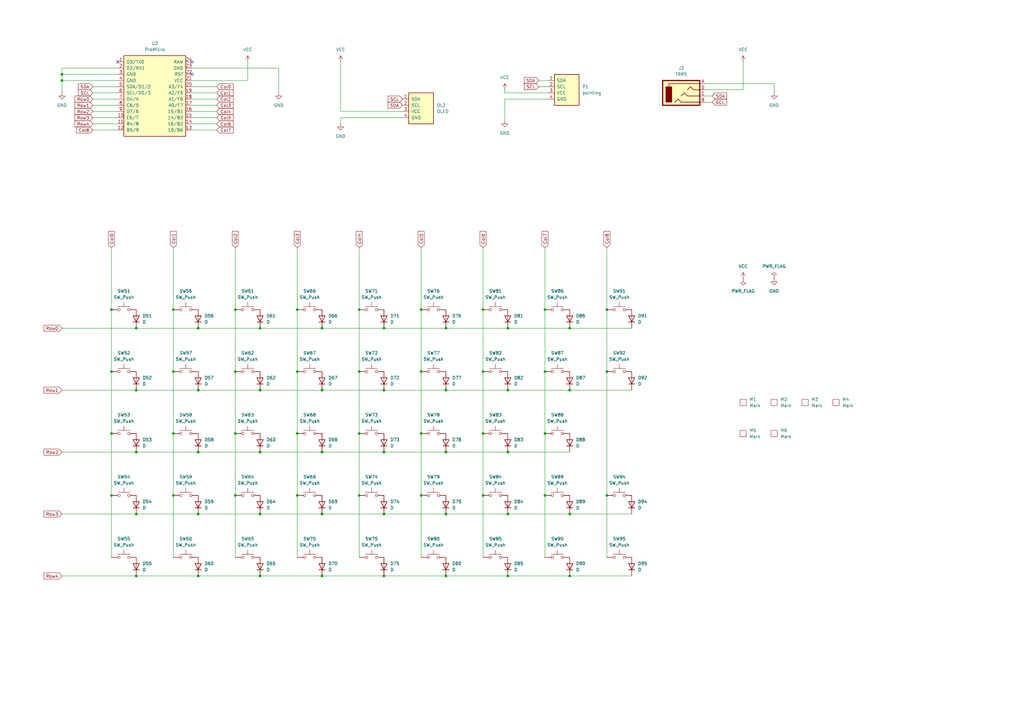
<source format=kicad_sch>
(kicad_sch (version 20231120) (generator "eeschema") (generator_version "8.0")
  (paper "A3")
  (junction (at 172.72 127))
  (junction (at 132.08 210.82))
  (junction (at 71.12 203.2))
  (junction (at 132.08 236.22))
  (junction (at 121.92 127))
  (junction (at 172.72 152.4))
  (junction (at 55.88 160.02))
  (junction (at 25.4 30.48))
  (junction (at 157.48 185.42))
  (junction (at 55.88 236.22))
  (junction (at 182.88 160.02))
  (junction (at 106.68 134.62))
  (junction (at 157.48 134.62))
  (junction (at 248.92 152.4))
  (junction (at 96.52 127))
  (junction (at 223.52 127))
  (junction (at 96.52 177.8))
  (junction (at 55.88 185.42))
  (junction (at 223.52 152.4))
  (junction (at 182.88 236.22))
  (junction (at 248.92 203.2))
  (junction (at 71.12 152.4))
  (junction (at 81.28 160.02))
  (junction (at 208.28 210.82))
  (junction (at 121.92 203.2))
  (junction (at 182.88 185.42))
  (junction (at 198.12 152.4))
  (junction (at 208.28 185.42))
  (junction (at 223.52 203.2))
  (junction (at 106.68 210.82))
  (junction (at 147.32 203.2))
  (junction (at 208.28 160.02))
  (junction (at 248.92 127))
  (junction (at 81.28 210.82))
  (junction (at 121.92 152.4))
  (junction (at 106.68 160.02))
  (junction (at 208.28 236.22))
  (junction (at 147.32 152.4))
  (junction (at 198.12 203.2))
  (junction (at 132.08 185.42))
  (junction (at 223.52 177.8))
  (junction (at 182.88 210.82))
  (junction (at 157.48 236.22))
  (junction (at 71.12 177.8))
  (junction (at 71.12 127))
  (junction (at 55.88 210.82))
  (junction (at 233.68 134.62))
  (junction (at 81.28 185.42))
  (junction (at 198.12 177.8))
  (junction (at 132.08 134.62))
  (junction (at 147.32 177.8))
  (junction (at 172.72 177.8))
  (junction (at 81.28 236.22))
  (junction (at 132.08 160.02))
  (junction (at 96.52 203.2))
  (junction (at 157.48 210.82))
  (junction (at 233.68 236.22))
  (junction (at 182.88 134.62))
  (junction (at 45.72 152.4))
  (junction (at 172.72 203.2))
  (junction (at 96.52 152.4))
  (junction (at 106.68 185.42))
  (junction (at 233.68 210.82))
  (junction (at 25.4 33.02))
  (junction (at 45.72 127))
  (junction (at 147.32 127))
  (junction (at 45.72 177.8))
  (junction (at 81.28 134.62))
  (junction (at 208.28 134.62))
  (junction (at 106.68 236.22))
  (junction (at 198.12 127))
  (junction (at 55.88 134.62))
  (junction (at 157.48 160.02))
  (junction (at 121.92 177.8))
  (junction (at 45.72 203.2))
  (junction (at 233.68 160.02))
  (no_connect (at 48.26 25.4))
  (no_connect (at 78.74 30.48))
  (no_connect (at 78.74 25.4))
  (wire (pts (xy 45.72 101.6) (xy 45.72 127)))
  (wire (pts (xy 208.28 185.42) (xy 233.68 185.42)))
  (wire (pts (xy 25.4 210.82) (xy 55.88 210.82)))
  (wire (pts (xy 248.92 203.2) (xy 248.92 228.6)))
  (wire (pts (xy 38.1 38.1) (xy 48.26 38.1)))
  (wire (pts (xy 208.28 134.62) (xy 233.68 134.62)))
  (wire (pts (xy 198.12 203.2) (xy 198.12 228.6)))
  (wire (pts (xy 38.1 53.34) (xy 48.26 53.34)))
  (wire (pts (xy 25.4 160.02) (xy 55.88 160.02)))
  (wire (pts (xy 38.1 35.56) (xy 48.26 35.56)))
  (wire (pts (xy 101.6 33.02) (xy 101.6 25.4)))
  (wire (pts (xy 147.32 101.6) (xy 147.32 127)))
  (wire (pts (xy 78.74 38.1) (xy 88.9 38.1)))
  (wire (pts (xy 223.52 177.8) (xy 223.52 203.2)))
  (wire (pts (xy 289.56 36.83) (xy 304.8 36.83)))
  (wire (pts (xy 38.1 43.18) (xy 48.26 43.18)))
  (wire (pts (xy 182.88 134.62) (xy 208.28 134.62)))
  (wire (pts (xy 233.68 134.62) (xy 259.08 134.62)))
  (wire (pts (xy 96.52 203.2) (xy 96.52 228.6)))
  (wire (pts (xy 223.52 127) (xy 223.52 152.4)))
  (wire (pts (xy 207.01 40.64) (xy 224.79 40.64)))
  (wire (pts (xy 48.26 30.48) (xy 25.4 30.48)))
  (wire (pts (xy 121.92 127) (xy 121.92 152.4)))
  (wire (pts (xy 121.92 152.4) (xy 121.92 177.8)))
  (wire (pts (xy 207.01 38.1) (xy 224.79 38.1)))
  (wire (pts (xy 96.52 177.8) (xy 96.52 203.2)))
  (wire (pts (xy 71.12 101.6) (xy 71.12 127)))
  (wire (pts (xy 81.28 236.22) (xy 106.68 236.22)))
  (wire (pts (xy 198.12 152.4) (xy 198.12 177.8)))
  (wire (pts (xy 38.1 48.26) (xy 48.26 48.26)))
  (wire (pts (xy 78.74 50.8) (xy 88.9 50.8)))
  (wire (pts (xy 172.72 127) (xy 172.72 152.4)))
  (wire (pts (xy 25.4 185.42) (xy 55.88 185.42)))
  (wire (pts (xy 38.1 40.64) (xy 48.26 40.64)))
  (wire (pts (xy 78.74 48.26) (xy 88.9 48.26)))
  (wire (pts (xy 25.4 27.94) (xy 48.26 27.94)))
  (wire (pts (xy 289.56 34.29) (xy 317.5 34.29)))
  (wire (pts (xy 55.88 236.22) (xy 81.28 236.22)))
  (wire (pts (xy 71.12 203.2) (xy 71.12 228.6)))
  (wire (pts (xy 157.48 134.62) (xy 182.88 134.62)))
  (wire (pts (xy 114.3 27.94) (xy 114.3 38.1)))
  (wire (pts (xy 55.88 210.82) (xy 81.28 210.82)))
  (wire (pts (xy 38.1 45.72) (xy 48.26 45.72)))
  (wire (pts (xy 248.92 101.6) (xy 248.92 127)))
  (wire (pts (xy 96.52 152.4) (xy 96.52 177.8)))
  (wire (pts (xy 106.68 236.22) (xy 132.08 236.22)))
  (wire (pts (xy 45.72 127) (xy 45.72 152.4)))
  (wire (pts (xy 81.28 134.62) (xy 106.68 134.62)))
  (wire (pts (xy 157.48 236.22) (xy 182.88 236.22)))
  (wire (pts (xy 157.48 160.02) (xy 182.88 160.02)))
  (wire (pts (xy 71.12 152.4) (xy 71.12 177.8)))
  (wire (pts (xy 45.72 203.2) (xy 45.72 228.6)))
  (wire (pts (xy 172.72 203.2) (xy 172.72 228.6)))
  (wire (pts (xy 198.12 101.6) (xy 198.12 127)))
  (wire (pts (xy 207.01 36.83) (xy 207.01 38.1)))
  (wire (pts (xy 55.88 185.42) (xy 81.28 185.42)))
  (wire (pts (xy 106.68 160.02) (xy 132.08 160.02)))
  (wire (pts (xy 208.28 160.02) (xy 233.68 160.02)))
  (wire (pts (xy 248.92 127) (xy 248.92 152.4)))
  (wire (pts (xy 48.26 33.02) (xy 25.4 33.02)))
  (wire (pts (xy 25.4 134.62) (xy 55.88 134.62)))
  (wire (pts (xy 78.74 35.56) (xy 88.9 35.56)))
  (wire (pts (xy 71.12 177.8) (xy 71.12 203.2)))
  (wire (pts (xy 147.32 127) (xy 147.32 152.4)))
  (wire (pts (xy 223.52 152.4) (xy 223.52 177.8)))
  (wire (pts (xy 78.74 53.34) (xy 88.9 53.34)))
  (wire (pts (xy 182.88 160.02) (xy 208.28 160.02)))
  (wire (pts (xy 157.48 185.42) (xy 182.88 185.42)))
  (wire (pts (xy 248.92 152.4) (xy 248.92 203.2)))
  (wire (pts (xy 304.8 36.83) (xy 304.8 25.4)))
  (wire (pts (xy 55.88 160.02) (xy 81.28 160.02)))
  (wire (pts (xy 78.74 40.64) (xy 88.9 40.64)))
  (wire (pts (xy 132.08 160.02) (xy 157.48 160.02)))
  (wire (pts (xy 38.1 50.8) (xy 48.26 50.8)))
  (wire (pts (xy 208.28 236.22) (xy 233.68 236.22)))
  (wire (pts (xy 182.88 185.42) (xy 208.28 185.42)))
  (wire (pts (xy 207.01 40.64) (xy 207.01 49.53)))
  (wire (pts (xy 317.5 34.29) (xy 317.5 38.1)))
  (wire (pts (xy 220.98 33.02) (xy 224.79 33.02)))
  (wire (pts (xy 233.68 160.02) (xy 259.08 160.02)))
  (wire (pts (xy 121.92 203.2) (xy 121.92 228.6)))
  (wire (pts (xy 182.88 236.22) (xy 208.28 236.22)))
  (wire (pts (xy 121.92 177.8) (xy 121.92 203.2)))
  (wire (pts (xy 233.68 236.22) (xy 259.08 236.22)))
  (wire (pts (xy 172.72 152.4) (xy 172.72 177.8)))
  (wire (pts (xy 81.28 185.42) (xy 106.68 185.42)))
  (wire (pts (xy 45.72 177.8) (xy 45.72 203.2)))
  (wire (pts (xy 132.08 185.42) (xy 157.48 185.42)))
  (wire (pts (xy 55.88 134.62) (xy 81.28 134.62)))
  (wire (pts (xy 25.4 33.02) (xy 25.4 38.1)))
  (wire (pts (xy 172.72 177.8) (xy 172.72 203.2)))
  (wire (pts (xy 223.52 203.2) (xy 223.52 228.6)))
  (wire (pts (xy 121.92 101.6) (xy 121.92 127)))
  (wire (pts (xy 165.1 45.72) (xy 139.7 45.72)))
  (wire (pts (xy 208.28 210.82) (xy 233.68 210.82)))
  (wire (pts (xy 78.74 43.18) (xy 88.9 43.18)))
  (wire (pts (xy 106.68 134.62) (xy 132.08 134.62)))
  (wire (pts (xy 147.32 203.2) (xy 147.32 228.6)))
  (wire (pts (xy 96.52 101.6) (xy 96.52 127)))
  (wire (pts (xy 132.08 134.62) (xy 157.48 134.62)))
  (wire (pts (xy 114.3 27.94) (xy 78.74 27.94)))
  (wire (pts (xy 106.68 210.82) (xy 132.08 210.82)))
  (wire (pts (xy 96.52 127) (xy 96.52 152.4)))
  (wire (pts (xy 45.72 152.4) (xy 45.72 177.8)))
  (wire (pts (xy 25.4 30.48) (xy 25.4 33.02)))
  (wire (pts (xy 220.98 35.56) (xy 224.79 35.56)))
  (wire (pts (xy 182.88 210.82) (xy 208.28 210.82)))
  (wire (pts (xy 78.74 33.02) (xy 101.6 33.02)))
  (wire (pts (xy 106.68 185.42) (xy 132.08 185.42)))
  (wire (pts (xy 289.56 39.37) (xy 292.1 39.37)))
  (wire (pts (xy 157.48 210.82) (xy 182.88 210.82)))
  (wire (pts (xy 81.28 160.02) (xy 106.68 160.02)))
  (wire (pts (xy 139.7 45.72) (xy 139.7 25.4)))
  (wire (pts (xy 139.7 48.26) (xy 139.7 50.8)))
  (wire (pts (xy 25.4 27.94) (xy 25.4 30.48)))
  (wire (pts (xy 198.12 177.8) (xy 198.12 203.2)))
  (wire (pts (xy 71.12 127) (xy 71.12 152.4)))
  (wire (pts (xy 165.1 48.26) (xy 139.7 48.26)))
  (wire (pts (xy 132.08 236.22) (xy 157.48 236.22)))
  (wire (pts (xy 25.4 236.22) (xy 55.88 236.22)))
  (wire (pts (xy 81.28 210.82) (xy 106.68 210.82)))
  (wire (pts (xy 233.68 210.82) (xy 259.08 210.82)))
  (wire (pts (xy 289.56 41.91) (xy 292.1 41.91)))
  (wire (pts (xy 198.12 127) (xy 198.12 152.4)))
  (wire (pts (xy 172.72 101.6) (xy 172.72 127)))
  (wire (pts (xy 78.74 45.72) (xy 88.9 45.72)))
  (wire (pts (xy 147.32 177.8) (xy 147.32 203.2)))
  (wire (pts (xy 132.08 210.82) (xy 157.48 210.82)))
  (wire (pts (xy 223.52 101.6) (xy 223.52 127)))
  (wire (pts (xy 147.32 152.4) (xy 147.32 177.8)))
  (global_label "Col7" (shape input) (at 88.9 53.34 0) (property "Intersheetrefs" "${INTERSHEET_REFS}" (effects (hide yes))))
  (global_label "Col6" (shape input) (at 88.9 50.8 0) (property "Intersheetrefs" "${INTERSHEET_REFS}" (effects (hide yes))))
  (global_label "Row0" (shape input) (at 25.4 134.62 180) (property "Intersheetrefs" "${INTERSHEET_REFS}" (effects (hide yes))))
  (global_label "Row2" (shape input) (at 25.4 185.42 180) (property "Intersheetrefs" "${INTERSHEET_REFS}" (effects (hide yes))))
  (global_label "Row0" (shape input) (at 38.1 40.64 180) (property "Intersheetrefs" "${INTERSHEET_REFS}" (effects (hide yes))))
  (global_label "Col3" (shape input) (at 121.92 101.6 90) (property "Intersheetrefs" "${INTERSHEET_REFS}" (effects (hide yes))))
  (global_label "Col8" (shape input) (at 248.92 101.6 90) (property "Intersheetrefs" "${INTERSHEET_REFS}" (effects (hide yes))))
  (global_label "Col7" (shape input) (at 223.52 101.6 90) (property "Intersheetrefs" "${INTERSHEET_REFS}" (effects (hide yes))))
  (global_label "Col5" (shape input) (at 88.9 48.26 0) (property "Intersheetrefs" "${INTERSHEET_REFS}" (effects (hide yes))))
  (global_label "SCL" (shape input) (at 165.1 40.64 180) (property "Intersheetrefs" "${INTERSHEET_REFS}" (effects (hide yes))))
  (global_label "Row3" (shape input) (at 38.1 48.26 180) (property "Intersheetrefs" "${INTERSHEET_REFS}" (effects (hide yes))))
  (global_label "SCL" (shape input) (at 220.98 35.56 180) (property "Intersheetrefs" "${INTERSHEET_REFS}" (effects (hide yes))))
  (global_label "Col4" (shape input) (at 147.32 101.6 90) (property "Intersheetrefs" "${INTERSHEET_REFS}" (effects (hide yes))))
  (global_label "Col0" (shape input) (at 88.9 35.56 0) (property "Intersheetrefs" "${INTERSHEET_REFS}" (effects (hide yes))))
  (global_label "SCL" (shape input) (at 292.1 41.91 0) (property "Intersheetrefs" "${INTERSHEET_REFS}" (effects (hide yes))))
  (global_label "Col1" (shape input) (at 88.9 38.1 0) (property "Intersheetrefs" "${INTERSHEET_REFS}" (effects (hide yes))))
  (global_label "Col3" (shape input) (at 88.9 43.18 0) (property "Intersheetrefs" "${INTERSHEET_REFS}" (effects (hide yes))))
  (global_label "Row4" (shape input) (at 38.1 50.8 180) (property "Intersheetrefs" "${INTERSHEET_REFS}" (effects (hide yes))))
  (global_label "Col5" (shape input) (at 172.72 101.6 90) (property "Intersheetrefs" "${INTERSHEET_REFS}" (effects (hide yes))))
  (global_label "Row4" (shape input) (at 25.4 236.22 180) (property "Intersheetrefs" "${INTERSHEET_REFS}" (effects (hide yes))))
  (global_label "Col0" (shape input) (at 45.72 101.6 90) (property "Intersheetrefs" "${INTERSHEET_REFS}" (effects (hide yes))))
  (global_label "SDA" (shape input) (at 220.98 33.02 180) (property "Intersheetrefs" "${INTERSHEET_REFS}" (effects (hide yes))))
  (global_label "Row1" (shape input) (at 25.4 160.02 180) (property "Intersheetrefs" "${INTERSHEET_REFS}" (effects (hide yes))))
  (global_label "Col1" (shape input) (at 71.12 101.6 90) (property "Intersheetrefs" "${INTERSHEET_REFS}" (effects (hide yes))))
  (global_label "SDA" (shape input) (at 165.1 43.18 180) (property "Intersheetrefs" "${INTERSHEET_REFS}" (effects (hide yes))))
  (global_label "Row3" (shape input) (at 25.4 210.82 180) (property "Intersheetrefs" "${INTERSHEET_REFS}" (effects (hide yes))))
  (global_label "Col2" (shape input) (at 96.52 101.6 90) (property "Intersheetrefs" "${INTERSHEET_REFS}" (effects (hide yes))))
  (global_label "Row2" (shape input) (at 38.1 45.72 180) (property "Intersheetrefs" "${INTERSHEET_REFS}" (effects (hide yes))))
  (global_label "SCL" (shape input) (at 38.1 38.1 180) (property "Intersheetrefs" "${INTERSHEET_REFS}" (effects (hide yes))))
  (global_label "Col8" (shape input) (at 38.1 53.34 180) (property "Intersheetrefs" "${INTERSHEET_REFS}" (effects (hide yes))))
  (global_label "SDA" (shape input) (at 292.1 39.37 0) (property "Intersheetrefs" "${INTERSHEET_REFS}" (effects (hide yes))))
  (global_label "Row1" (shape input) (at 38.1 43.18 180) (property "Intersheetrefs" "${INTERSHEET_REFS}" (effects (hide yes))))
  (global_label "Col4" (shape input) (at 88.9 45.72 0) (property "Intersheetrefs" "${INTERSHEET_REFS}" (effects (hide yes))))
  (global_label "SDA" (shape input) (at 38.1 35.56 180) (property "Intersheetrefs" "${INTERSHEET_REFS}" (effects (hide yes))))
  (global_label "Col6" (shape input) (at 198.12 101.6 90) (property "Intersheetrefs" "${INTERSHEET_REFS}" (effects (hide yes))))
  (global_label "Col2" (shape input) (at 88.9 40.64 0) (property "Intersheetrefs" "${INTERSHEET_REFS}" (effects (hide yes))))
  (symbol (lib_id "Device:D") (at 106.68 156.21 90) (unit 1)
    (property "Reference" "D62" (at 109.22 154.9399 90) (effects (justify right)))
    (property "Value" "D" (at 109.22 157.4799 90) (effects (justify right)))
    (property "Footprint" "kbd_Parts:Diode_TH_SMD" (effects (hide yes)))
    (property "Description" "Diode" (effects (hide yes)))
    (property "Sim.Device" "D" (effects (hide yes)))
    (property "Sim.Pins" "1=K 2=A" (effects (hide yes)))
  )
  (symbol (lib_id "Switch:SW_Push") (at 254 203.2 0) (mirror y) (unit 1)
    (property "Reference" "SW94" (at 254 195.58 0))
    (property "Value" "SW_Push" (at 254 198.12 0))
    (property "Footprint" "Rikkodo_FootPrint:rkd_Choc_v1v2_Hotswap_1u" (effects (hide yes)))
    (property "Description" "Push button switch, generic, two pins" (effects (hide yes)))
  )
  (symbol (lib_id "Device:D") (at 182.88 156.21 90) (unit 1)
    (property "Reference" "D77" (at 185.42 154.9399 90) (effects (justify right)))
    (property "Value" "D" (at 185.42 157.4799 90) (effects (justify right)))
    (property "Footprint" "kbd_Parts:Diode_TH_SMD" (effects (hide yes)))
    (property "Description" "Diode" (effects (hide yes)))
    (property "Sim.Device" "D" (effects (hide yes)))
    (property "Sim.Pins" "1=K 2=A" (effects (hide yes)))
  )
  (symbol (lib_id "Device:D") (at 106.68 232.41 90) (unit 1)
    (property "Reference" "D65" (at 109.22 231.1399 90) (effects (justify right)))
    (property "Value" "D" (at 109.22 233.6799 90) (effects (justify right)))
    (property "Footprint" "kbd_Parts:Diode_TH_SMD" (effects (hide yes)))
    (property "Description" "Diode" (effects (hide yes)))
    (property "Sim.Device" "D" (effects (hide yes)))
    (property "Sim.Pins" "1=K 2=A" (effects (hide yes)))
  )
  (symbol (lib_id "Switch:SW_Push") (at 127 203.2 0) (mirror y) (unit 1)
    (property "Reference" "SW69" (at 127 195.58 0))
    (property "Value" "SW_Push" (at 127 198.12 0))
    (property "Footprint" "Rikkodo_FootPrint:rkd_Choc_v1v2_Hotswap_1u" (effects (hide yes)))
    (property "Description" "Push button switch, generic, two pins" (effects (hide yes)))
  )
  (symbol (lib_id "Device:D") (at 233.68 130.81 90) (unit 1)
    (property "Reference" "D86" (at 236.22 129.5399 90) (effects (justify right)))
    (property "Value" "D" (at 236.22 132.0799 90) (effects (justify right)))
    (property "Footprint" "kbd_Parts:Diode_TH_SMD" (effects (hide yes)))
    (property "Description" "Diode" (effects (hide yes)))
    (property "Sim.Device" "D" (effects (hide yes)))
    (property "Sim.Pins" "1=K 2=A" (effects (hide yes)))
  )
  (symbol (lib_id "Switch:SW_Push") (at 76.2 228.6 0) (mirror y) (unit 1)
    (property "Reference" "SW60" (at 76.2 220.98 0))
    (property "Value" "SW_Push" (at 76.2 223.52 0))
    (property "Footprint" "Rikkodo_FootPrint:rkd_Choc_v1v2_Hotswap_1u" (effects (hide yes)))
    (property "Description" "Push button switch, generic, two pins" (effects (hide yes)))
  )
  (symbol (lib_id "Device:D") (at 259.08 130.81 90) (unit 1)
    (property "Reference" "D91" (at 261.62 129.5399 90) (effects (justify right)))
    (property "Value" "D" (at 261.62 132.0799 90) (effects (justify right)))
    (property "Footprint" "kbd_Parts:Diode_TH_SMD" (effects (hide yes)))
    (property "Description" "Diode" (effects (hide yes)))
    (property "Sim.Device" "D" (effects (hide yes)))
    (property "Sim.Pins" "1=K 2=A" (effects (hide yes)))
  )
  (symbol (lib_id "Switch:SW_Push") (at 101.6 177.8 0) (mirror y) (unit 1)
    (property "Reference" "SW63" (at 101.6 170.18 0))
    (property "Value" "SW_Push" (at 101.6 172.72 0))
    (property "Footprint" "Rikkodo_FootPrint:rkd_Choc_v1v2_Hotswap_1u" (effects (hide yes)))
    (property "Description" "Push button switch, generic, two pins" (effects (hide yes)))
  )
  (symbol (lib_id "power:PWR_FLAG") (at 317.5 114.3 0) (unit 1)
    (property "Reference" "#FLG03" (effects (hide yes)))
    (property "Value" "PWR_FLAG" (at 317.5 109.22 0))
    (property "Description" "Special symbol for telling ERC where power comes from" (effects (hide yes)))
  )
  (symbol (lib_id "Device:D") (at 132.08 232.41 90) (unit 1)
    (property "Reference" "D70" (at 134.62 231.1399 90) (effects (justify right)))
    (property "Value" "D" (at 134.62 233.6799 90) (effects (justify right)))
    (property "Footprint" "kbd_Parts:Diode_TH_SMD" (effects (hide yes)))
    (property "Description" "Diode" (effects (hide yes)))
    (property "Sim.Device" "D" (effects (hide yes)))
    (property "Sim.Pins" "1=K 2=A" (effects (hide yes)))
  )
  (symbol (lib_id "Device:D") (at 208.28 207.01 90) (unit 1)
    (property "Reference" "D84" (at 210.82 205.7399 90) (effects (justify right)))
    (property "Value" "D" (at 210.82 208.2799 90) (effects (justify right)))
    (property "Footprint" "kbd_Parts:Diode_TH_SMD" (effects (hide yes)))
    (property "Description" "Diode" (effects (hide yes)))
    (property "Sim.Device" "D" (effects (hide yes)))
    (property "Sim.Pins" "1=K 2=A" (effects (hide yes)))
  )
  (symbol (lib_id "Switch:SW_Push") (at 101.6 152.4 0) (mirror y) (unit 1)
    (property "Reference" "SW62" (at 101.6 144.78 0))
    (property "Value" "SW_Push" (at 101.6 147.32 0))
    (property "Footprint" "Rikkodo_FootPrint:rkd_Choc_v1v2_Hotswap_1u" (effects (hide yes)))
    (property "Description" "Push button switch, generic, two pins" (effects (hide yes)))
  )
  (symbol (lib_id "Device:D") (at 132.08 207.01 90) (unit 1)
    (property "Reference" "D69" (at 134.62 205.7399 90) (effects (justify right)))
    (property "Value" "D" (at 134.62 208.2799 90) (effects (justify right)))
    (property "Footprint" "kbd_Parts:Diode_TH_SMD" (effects (hide yes)))
    (property "Description" "Diode" (effects (hide yes)))
    (property "Sim.Device" "D" (effects (hide yes)))
    (property "Sim.Pins" "1=K 2=A" (effects (hide yes)))
  )
  (symbol (lib_id "Switch:SW_Push") (at 228.6 177.8 0) (mirror y) (unit 1)
    (property "Reference" "SW88" (at 228.6 170.18 0))
    (property "Value" "SW_Push" (at 228.6 172.72 0))
    (property "Footprint" "Rikkodo_FootPrint:rkd_Choc_v1v2_Hotswap_2u" (effects (hide yes)))
    (property "Description" "Push button switch, generic, two pins" (effects (hide yes)))
  )
  (symbol (lib_id "Device:D") (at 233.68 156.21 90) (unit 1)
    (property "Reference" "D87" (at 236.22 154.9399 90) (effects (justify right)))
    (property "Value" "D" (at 236.22 157.4799 90) (effects (justify right)))
    (property "Footprint" "kbd_Parts:Diode_TH_SMD" (effects (hide yes)))
    (property "Description" "Diode" (effects (hide yes)))
    (property "Sim.Device" "D" (effects (hide yes)))
    (property "Sim.Pins" "1=K 2=A" (effects (hide yes)))
  )
  (symbol (lib_id "Device:D") (at 233.68 232.41 90) (unit 1)
    (property "Reference" "D90" (at 236.22 231.1399 90) (effects (justify right)))
    (property "Value" "D" (at 236.22 233.6799 90) (effects (justify right)))
    (property "Footprint" "kbd_Parts:Diode_TH_SMD" (effects (hide yes)))
    (property "Description" "Diode" (effects (hide yes)))
    (property "Sim.Device" "D" (effects (hide yes)))
    (property "Sim.Pins" "1=K 2=A" (effects (hide yes)))
  )
  (symbol (lib_id "Device:D") (at 157.48 156.21 90) (unit 1)
    (property "Reference" "D72" (at 160.02 154.9399 90) (effects (justify right)))
    (property "Value" "D" (at 160.02 157.4799 90) (effects (justify right)))
    (property "Footprint" "kbd_Parts:Diode_TH_SMD" (effects (hide yes)))
    (property "Description" "Diode" (effects (hide yes)))
    (property "Sim.Device" "D" (effects (hide yes)))
    (property "Sim.Pins" "1=K 2=A" (effects (hide yes)))
  )
  (symbol (lib_id "Switch:SW_Push") (at 203.2 152.4 0) (mirror y) (unit 1)
    (property "Reference" "SW82" (at 203.2 144.78 0))
    (property "Value" "SW_Push" (at 203.2 147.32 0))
    (property "Footprint" "Rikkodo_FootPrint:rkd_Choc_v1v2_Hotswap_1u" (effects (hide yes)))
    (property "Description" "Push button switch, generic, two pins" (effects (hide yes)))
  )
  (symbol (lib_id "BrownSugar_KBD:OLED") (at 172.72 44.45 0) (unit 1)
    (property "Reference" "OL2" (at 179.07 43.1799 0) (effects (justify left)))
    (property "Value" "OLED" (at 179.07 45.7199 0) (effects (justify left)))
    (property "Footprint" "BrownSugar_KBD:OLED_center_module" (effects (hide yes)))
  )
  (symbol (lib_id "Switch:SW_Push") (at 203.2 177.8 0) (mirror y) (unit 1)
    (property "Reference" "SW83" (at 203.2 170.18 0))
    (property "Value" "SW_Push" (at 203.2 172.72 0))
    (property "Footprint" "Rikkodo_FootPrint:rkd_Choc_v1v2_Hotswap_1u" (effects (hide yes)))
    (property "Description" "Push button switch, generic, two pins" (effects (hide yes)))
  )
  (symbol (lib_id "Switch:SW_Push") (at 177.8 177.8 0) (mirror y) (unit 1)
    (property "Reference" "SW78" (at 177.8 170.18 0))
    (property "Value" "SW_Push" (at 177.8 172.72 0))
    (property "Footprint" "Rikkodo_FootPrint:rkd_Choc_v1v2_Hotswap_1u" (effects (hide yes)))
    (property "Description" "Push button switch, generic, two pins" (effects (hide yes)))
  )
  (symbol (lib_id "Device:D") (at 106.68 207.01 90) (unit 1)
    (property "Reference" "D64" (at 109.22 205.7399 90) (effects (justify right)))
    (property "Value" "D" (at 109.22 208.2799 90) (effects (justify right)))
    (property "Footprint" "kbd_Parts:Diode_TH_SMD" (effects (hide yes)))
    (property "Description" "Diode" (effects (hide yes)))
    (property "Sim.Device" "D" (effects (hide yes)))
    (property "Sim.Pins" "1=K 2=A" (effects (hide yes)))
  )
  (symbol (lib_id "Device:D") (at 132.08 130.81 90) (unit 1)
    (property "Reference" "D66" (at 134.62 129.5399 90) (effects (justify right)))
    (property "Value" "D" (at 134.62 132.0799 90) (effects (justify right)))
    (property "Footprint" "kbd_Parts:Diode_TH_SMD" (effects (hide yes)))
    (property "Description" "Diode" (effects (hide yes)))
    (property "Sim.Device" "D" (effects (hide yes)))
    (property "Sim.Pins" "1=K 2=A" (effects (hide yes)))
  )
  (symbol (lib_id "Device:D") (at 182.88 130.81 90) (unit 1)
    (property "Reference" "D76" (at 185.42 129.5399 90) (effects (justify right)))
    (property "Value" "D" (at 185.42 132.0799 90) (effects (justify right)))
    (property "Footprint" "kbd_Parts:Diode_TH_SMD" (effects (hide yes)))
    (property "Description" "Diode" (effects (hide yes)))
    (property "Sim.Device" "D" (effects (hide yes)))
    (property "Sim.Pins" "1=K 2=A" (effects (hide yes)))
  )
  (symbol (lib_id "Switch:SW_Push") (at 76.2 152.4 0) (mirror y) (unit 1)
    (property "Reference" "SW57" (at 76.2 144.78 0))
    (property "Value" "SW_Push" (at 76.2 147.32 0))
    (property "Footprint" "Rikkodo_FootPrint:rkd_Choc_v1v2_Hotswap_1u" (effects (hide yes)))
    (property "Description" "Push button switch, generic, two pins" (effects (hide yes)))
  )
  (symbol (lib_id "Device:D") (at 132.08 156.21 90) (unit 1)
    (property "Reference" "D67" (at 134.62 154.9399 90) (effects (justify right)))
    (property "Value" "D" (at 134.62 157.4799 90) (effects (justify right)))
    (property "Footprint" "kbd_Parts:Diode_TH_SMD" (effects (hide yes)))
    (property "Description" "Diode" (effects (hide yes)))
    (property "Sim.Device" "D" (effects (hide yes)))
    (property "Sim.Pins" "1=K 2=A" (effects (hide yes)))
  )
  (symbol (lib_id "Device:D") (at 55.88 156.21 90) (unit 1)
    (property "Reference" "D52" (at 58.42 154.9399 90) (effects (justify right)))
    (property "Value" "D" (at 58.42 157.4799 90) (effects (justify right)))
    (property "Footprint" "kbd_Parts:Diode_TH_SMD" (effects (hide yes)))
    (property "Description" "Diode" (effects (hide yes)))
    (property "Sim.Device" "D" (effects (hide yes)))
    (property "Sim.Pins" "1=K 2=A" (effects (hide yes)))
  )
  (symbol (lib_id "Device:D") (at 259.08 207.01 90) (unit 1)
    (property "Reference" "D94" (at 261.62 205.7399 90) (effects (justify right)))
    (property "Value" "D" (at 261.62 208.2799 90) (effects (justify right)))
    (property "Footprint" "kbd_Parts:Diode_TH_SMD" (effects (hide yes)))
    (property "Description" "Diode" (effects (hide yes)))
    (property "Sim.Device" "D" (effects (hide yes)))
    (property "Sim.Pins" "1=K 2=A" (effects (hide yes)))
  )
  (symbol (lib_id "Switch:SW_Push") (at 50.8 203.2 0) (mirror y) (unit 1)
    (property "Reference" "SW54" (at 50.8 195.58 0))
    (property "Value" "SW_Push" (at 50.8 198.12 0))
    (property "Footprint" "Rikkodo_FootPrint:rkd_Choc_v1v2_Hotswap_1u" (effects (hide yes)))
    (property "Description" "Push button switch, generic, two pins" (effects (hide yes)))
  )
  (symbol (lib_id "Switch:SW_Push") (at 177.8 228.6 0) (mirror y) (unit 1)
    (property "Reference" "SW80" (at 177.8 220.98 0))
    (property "Value" "SW_Push" (at 177.8 223.52 0))
    (property "Footprint" "Rikkodo_FootPrint:rkd_Choc_v1v2_Hotswap_1u" (effects (hide yes)))
    (property "Description" "Push button switch, generic, two pins" (effects (hide yes)))
  )
  (symbol (lib_id "BrownSugar_KBD:Mark") (at 317.5 177.8 0) (unit 1)
    (property "Reference" "M6" (at 320.04 176.5299 0) (effects (justify left)))
    (property "Value" "Mark" (at 320.04 179.0699 0) (effects (justify left)))
    (property "Footprint" "kbd_Hole:m2_Screw_Hole" (effects (hide yes)))
  )
  (symbol (lib_id "Device:D") (at 55.88 232.41 90) (unit 1)
    (property "Reference" "D55" (at 58.42 231.1399 90) (effects (justify right)))
    (property "Value" "D" (at 58.42 233.6799 90) (effects (justify right)))
    (property "Footprint" "kbd_Parts:Diode_TH_SMD" (effects (hide yes)))
    (property "Description" "Diode" (effects (hide yes)))
    (property "Sim.Device" "D" (effects (hide yes)))
    (property "Sim.Pins" "1=K 2=A" (effects (hide yes)))
  )
  (symbol (lib_id "Switch:SW_Push") (at 177.8 203.2 0) (mirror y) (unit 1)
    (property "Reference" "SW79" (at 177.8 195.58 0))
    (property "Value" "SW_Push" (at 177.8 198.12 0))
    (property "Footprint" "Rikkodo_FootPrint:rkd_Choc_v1v2_Hotswap_1u" (effects (hide yes)))
    (property "Description" "Push button switch, generic, two pins" (effects (hide yes)))
  )
  (symbol (lib_id "Device:D") (at 182.88 232.41 90) (unit 1)
    (property "Reference" "D80" (at 185.42 231.1399 90) (effects (justify right)))
    (property "Value" "D" (at 185.42 233.6799 90) (effects (justify right)))
    (property "Footprint" "kbd_Parts:Diode_TH_SMD" (effects (hide yes)))
    (property "Description" "Diode" (effects (hide yes)))
    (property "Sim.Device" "D" (effects (hide yes)))
    (property "Sim.Pins" "1=K 2=A" (effects (hide yes)))
  )
  (symbol (lib_id "Switch:SW_Push") (at 228.6 152.4 0) (mirror y) (unit 1)
    (property "Reference" "SW87" (at 228.6 144.78 0))
    (property "Value" "SW_Push" (at 228.6 147.32 0))
    (property "Footprint" "Rikkodo_FootPrint:rkd_Choc_v1v2_Hotswap_1u" (effects (hide yes)))
    (property "Description" "Push button switch, generic, two pins" (effects (hide yes)))
  )
  (symbol (lib_id "Switch:SW_Push") (at 127 152.4 0) (mirror y) (unit 1)
    (property "Reference" "SW67" (at 127 144.78 0))
    (property "Value" "SW_Push" (at 127 147.32 0))
    (property "Footprint" "Rikkodo_FootPrint:rkd_Choc_v1v2_Hotswap_1u" (effects (hide yes)))
    (property "Description" "Push button switch, generic, two pins" (effects (hide yes)))
  )
  (symbol (lib_id "Device:D") (at 106.68 181.61 90) (unit 1)
    (property "Reference" "D63" (at 109.22 180.3399 90) (effects (justify right)))
    (property "Value" "D" (at 109.22 182.8799 90) (effects (justify right)))
    (property "Footprint" "kbd_Parts:Diode_TH_SMD" (effects (hide yes)))
    (property "Description" "Diode" (effects (hide yes)))
    (property "Sim.Device" "D" (effects (hide yes)))
    (property "Sim.Pins" "1=K 2=A" (effects (hide yes)))
  )
  (symbol (lib_id "Device:D") (at 55.88 207.01 90) (unit 1)
    (property "Reference" "D54" (at 58.42 205.7399 90) (effects (justify right)))
    (property "Value" "D" (at 58.42 208.2799 90) (effects (justify right)))
    (property "Footprint" "kbd_Parts:Diode_TH_SMD" (effects (hide yes)))
    (property "Description" "Diode" (effects (hide yes)))
    (property "Sim.Device" "D" (effects (hide yes)))
    (property "Sim.Pins" "1=K 2=A" (effects (hide yes)))
  )
  (symbol (lib_id "Device:D") (at 208.28 181.61 90) (unit 1)
    (property "Reference" "D83" (at 210.82 180.3399 90) (effects (justify right)))
    (property "Value" "D" (at 210.82 182.8799 90) (effects (justify right)))
    (property "Footprint" "kbd_Parts:Diode_TH_SMD" (effects (hide yes)))
    (property "Description" "Diode" (effects (hide yes)))
    (property "Sim.Device" "D" (effects (hide yes)))
    (property "Sim.Pins" "1=K 2=A" (effects (hide yes)))
  )
  (symbol (lib_id "power:VCC") (at 304.8 114.3 0) (unit 1)
    (property "Reference" "#PWR03" (effects (hide yes)))
    (property "Value" "VCC" (at 304.8 109.22 0))
    (property "Description" "Power symbol creates a global label with name \"VCC\"" (effects (hide yes)))
  )
  (symbol (lib_id "Device:D") (at 182.88 207.01 90) (unit 1)
    (property "Reference" "D79" (at 185.42 205.7399 90) (effects (justify right)))
    (property "Value" "D" (at 185.42 208.2799 90) (effects (justify right)))
    (property "Footprint" "kbd_Parts:Diode_TH_SMD" (effects (hide yes)))
    (property "Description" "Diode" (effects (hide yes)))
    (property "Sim.Device" "D" (effects (hide yes)))
    (property "Sim.Pins" "1=K 2=A" (effects (hide yes)))
  )
  (symbol (lib_id "Device:D") (at 157.48 130.81 90) (unit 1)
    (property "Reference" "D71" (at 160.02 129.5399 90) (effects (justify right)))
    (property "Value" "D" (at 160.02 132.0799 90) (effects (justify right)))
    (property "Footprint" "kbd_Parts:Diode_TH_SMD" (effects (hide yes)))
    (property "Description" "Diode" (effects (hide yes)))
    (property "Sim.Device" "D" (effects (hide yes)))
    (property "Sim.Pins" "1=K 2=A" (effects (hide yes)))
  )
  (symbol (lib_id "Switch:SW_Push") (at 254 152.4 0) (mirror y) (unit 1)
    (property "Reference" "SW92" (at 254 144.78 0))
    (property "Value" "SW_Push" (at 254 147.32 0))
    (property "Footprint" "Rikkodo_FootPrint:rkd_Choc_v1v2_Hotswap_1u" (effects (hide yes)))
    (property "Description" "Push button switch, generic, two pins" (effects (hide yes)))
  )
  (symbol (lib_id "power:GND") (at 139.7 50.8 0) (unit 1)
    (property "Reference" "#PWR02" (effects (hide yes)))
    (property "Value" "GND" (at 139.7 55.88 0))
    (property "Description" "Power symbol creates a global label with name \"GND\" , ground" (effects (hide yes)))
  )
  (symbol (lib_id "Switch:SW_Push") (at 177.8 127 0) (mirror y) (unit 1)
    (property "Reference" "SW76" (at 177.8 119.38 0))
    (property "Value" "SW_Push" (at 177.8 121.92 0))
    (property "Footprint" "Rikkodo_FootPrint:rkd_Choc_v1v2_Hotswap_1u" (effects (hide yes)))
    (property "Description" "Push button switch, generic, two pins" (effects (hide yes)))
  )
  (symbol (lib_id "Device:D") (at 55.88 181.61 90) (unit 1)
    (property "Reference" "D53" (at 58.42 180.3399 90) (effects (justify right)))
    (property "Value" "D" (at 58.42 182.8799 90) (effects (justify right)))
    (property "Footprint" "kbd_Parts:Diode_TH_SMD" (effects (hide yes)))
    (property "Description" "Diode" (effects (hide yes)))
    (property "Sim.Device" "D" (effects (hide yes)))
    (property "Sim.Pins" "1=K 2=A" (effects (hide yes)))
  )
  (symbol (lib_id "Switch:SW_Push") (at 50.8 228.6 0) (mirror y) (unit 1)
    (property "Reference" "SW55" (at 50.8 220.98 0))
    (property "Value" "SW_Push" (at 50.8 223.52 0))
    (property "Footprint" "Rikkodo_FootPrint:rkd_Choc_v1v2_Hotswap_1u" (effects (hide yes)))
    (property "Description" "Push button switch, generic, two pins" (effects (hide yes)))
  )
  (symbol (lib_id "Switch:SW_Push") (at 177.8 152.4 0) (mirror y) (unit 1)
    (property "Reference" "SW77" (at 177.8 144.78 0))
    (property "Value" "SW_Push" (at 177.8 147.32 0))
    (property "Footprint" "Rikkodo_FootPrint:rkd_Choc_v1v2_Hotswap_1u" (effects (hide yes)))
    (property "Description" "Push button switch, generic, two pins" (effects (hide yes)))
  )
  (symbol (lib_id "Switch:SW_Push") (at 101.6 203.2 0) (mirror y) (unit 1)
    (property "Reference" "SW64" (at 101.6 195.58 0))
    (property "Value" "SW_Push" (at 101.6 198.12 0))
    (property "Footprint" "Rikkodo_FootPrint:rkd_Choc_v1v2_Hotswap_1u" (effects (hide yes)))
    (property "Description" "Push button switch, generic, two pins" (effects (hide yes)))
  )
  (symbol (lib_id "Switch:SW_Push") (at 152.4 152.4 0) (mirror y) (unit 1)
    (property "Reference" "SW72" (at 152.4 144.78 0))
    (property "Value" "SW_Push" (at 152.4 147.32 0))
    (property "Footprint" "Rikkodo_FootPrint:rkd_Choc_v1v2_Hotswap_1u" (effects (hide yes)))
    (property "Description" "Push button switch, generic, two pins" (effects (hide yes)))
  )
  (symbol (lib_id "Switch:SW_Push") (at 76.2 203.2 0) (mirror y) (unit 1)
    (property "Reference" "SW59" (at 76.2 195.58 0))
    (property "Value" "SW_Push" (at 76.2 198.12 0))
    (property "Footprint" "Rikkodo_FootPrint:rkd_Choc_v1v2_Hotswap_1u" (effects (hide yes)))
    (property "Description" "Push button switch, generic, two pins" (effects (hide yes)))
  )
  (symbol (lib_id "Device:D") (at 81.28 130.81 90) (unit 1)
    (property "Reference" "D56" (at 83.82 129.5399 90) (effects (justify right)))
    (property "Value" "D" (at 83.82 132.0799 90) (effects (justify right)))
    (property "Footprint" "kbd_Parts:Diode_TH_SMD" (effects (hide yes)))
    (property "Description" "Diode" (effects (hide yes)))
    (property "Sim.Device" "D" (effects (hide yes)))
    (property "Sim.Pins" "1=K 2=A" (effects (hide yes)))
  )
  (symbol (lib_id "power:GND") (at 207.01 49.53 0) (unit 1)
    (property "Reference" "#PWR011" (effects (hide yes)))
    (property "Value" "GND" (at 207.01 54.61 0))
    (property "Description" "Power symbol creates a global label with name \"GND\" , ground" (effects (hide yes)))
  )
  (symbol (lib_id "Device:D") (at 106.68 130.81 90) (unit 1)
    (property "Reference" "D61" (at 109.22 129.5399 90) (effects (justify right)))
    (property "Value" "D" (at 109.22 132.0799 90) (effects (justify right)))
    (property "Footprint" "kbd_Parts:Diode_TH_SMD" (effects (hide yes)))
    (property "Description" "Diode" (effects (hide yes)))
    (property "Sim.Device" "D" (effects (hide yes)))
    (property "Sim.Pins" "1=K 2=A" (effects (hide yes)))
  )
  (symbol (lib_id "Switch:SW_Push") (at 228.6 203.2 0) (mirror y) (unit 1)
    (property "Reference" "SW89" (at 228.6 195.58 0))
    (property "Value" "SW_Push" (at 228.6 198.12 0))
    (property "Footprint" "Rikkodo_FootPrint:rkd_Choc_v1v2_Hotswap_1u" (effects (hide yes)))
    (property "Description" "Push button switch, generic, two pins" (effects (hide yes)))
  )
  (symbol (lib_id "power:VCC") (at 139.7 25.4 0) (unit 1)
    (property "Reference" "#PWR01" (effects (hide yes)))
    (property "Value" "VCC" (at 139.7 20.32 0))
    (property "Description" "Power symbol creates a global label with name \"VCC\"" (effects (hide yes)))
  )
  (symbol (lib_id "Switch:SW_Push") (at 203.2 228.6 0) (mirror y) (unit 1)
    (property "Reference" "SW85" (at 203.2 220.98 0))
    (property "Value" "SW_Push" (at 203.2 223.52 0))
    (property "Footprint" "Rikkodo_FootPrint:rkd_Choc_v1v2_Hotswap_1u" (effects (hide yes)))
    (property "Description" "Push button switch, generic, two pins" (effects (hide yes)))
  )
  (symbol (lib_id "Device:D") (at 259.08 232.41 90) (unit 1)
    (property "Reference" "D95" (at 261.62 231.1399 90) (effects (justify right)))
    (property "Value" "D" (at 261.62 233.6799 90) (effects (justify right)))
    (property "Footprint" "kbd_Parts:Diode_TH_SMD" (effects (hide yes)))
    (property "Description" "Diode" (effects (hide yes)))
    (property "Sim.Device" "D" (effects (hide yes)))
    (property "Sim.Pins" "1=K 2=A" (effects (hide yes)))
  )
  (symbol (lib_id "Switch:SW_Push") (at 127 228.6 0) (mirror y) (unit 1)
    (property "Reference" "SW70" (at 127 220.98 0))
    (property "Value" "SW_Push" (at 127 223.52 0))
    (property "Footprint" "Rikkodo_FootPrint:rkd_Choc_v1v2_Hotswap_1u" (effects (hide yes)))
    (property "Description" "Push button switch, generic, two pins" (effects (hide yes)))
  )
  (symbol (lib_id "Device:D") (at 208.28 130.81 90) (unit 1)
    (property "Reference" "D81" (at 210.82 129.5399 90) (effects (justify right)))
    (property "Value" "D" (at 210.82 132.0799 90) (effects (justify right)))
    (property "Footprint" "kbd_Parts:Diode_TH_SMD" (effects (hide yes)))
    (property "Description" "Diode" (effects (hide yes)))
    (property "Sim.Device" "D" (effects (hide yes)))
    (property "Sim.Pins" "1=K 2=A" (effects (hide yes)))
  )
  (symbol (lib_id "Switch:SW_Push") (at 50.8 152.4 0) (mirror y) (unit 1)
    (property "Reference" "SW52" (at 50.8 144.78 0))
    (property "Value" "SW_Push" (at 50.8 147.32 0))
    (property "Footprint" "Rikkodo_FootPrint:rkd_Choc_v1v2_Hotswap_1u" (effects (hide yes)))
    (property "Description" "Push button switch, generic, two pins" (effects (hide yes)))
  )
  (symbol (lib_id "Device:D") (at 182.88 181.61 90) (unit 1)
    (property "Reference" "D78" (at 185.42 180.3399 90) (effects (justify right)))
    (property "Value" "D" (at 185.42 182.8799 90) (effects (justify right)))
    (property "Footprint" "kbd_Parts:Diode_TH_SMD" (effects (hide yes)))
    (property "Description" "Diode" (effects (hide yes)))
    (property "Sim.Device" "D" (effects (hide yes)))
    (property "Sim.Pins" "1=K 2=A" (effects (hide yes)))
  )
  (symbol (lib_id "BrownSugar_KBD:Mark") (at 304.8 165.1 0) (unit 1)
    (property "Reference" "M1" (at 307.34 163.8299 0) (effects (justify left)))
    (property "Value" "Mark" (at 307.34 166.3699 0) (effects (justify left)))
    (property "Footprint" "kbd_Hole:m2_Spacer_Hole_hex" (effects (hide yes)))
  )
  (symbol (lib_id "Switch:SW_Push") (at 76.2 177.8 0) (mirror y) (unit 1)
    (property "Reference" "SW58" (at 76.2 170.18 0))
    (property "Value" "SW_Push" (at 76.2 172.72 0))
    (property "Footprint" "Rikkodo_FootPrint:rkd_Choc_v1v2_Hotswap_1u" (effects (hide yes)))
    (property "Description" "Push button switch, generic, two pins" (effects (hide yes)))
  )
  (symbol (lib_id "Device:D") (at 208.28 232.41 90) (unit 1)
    (property "Reference" "D85" (at 210.82 231.1399 90) (effects (justify right)))
    (property "Value" "D" (at 210.82 233.6799 90) (effects (justify right)))
    (property "Footprint" "kbd_Parts:Diode_TH_SMD" (effects (hide yes)))
    (property "Description" "Diode" (effects (hide yes)))
    (property "Sim.Device" "D" (effects (hide yes)))
    (property "Sim.Pins" "1=K 2=A" (effects (hide yes)))
  )
  (symbol (lib_id "Device:D") (at 81.28 207.01 90) (unit 1)
    (property "Reference" "D59" (at 83.82 205.7399 90) (effects (justify right)))
    (property "Value" "D" (at 83.82 208.2799 90) (effects (justify right)))
    (property "Footprint" "kbd_Parts:Diode_TH_SMD" (effects (hide yes)))
    (property "Description" "Diode" (effects (hide yes)))
    (property "Sim.Device" "D" (effects (hide yes)))
    (property "Sim.Pins" "1=K 2=A" (effects (hide yes)))
  )
  (symbol (lib_id "BrownSugar_KBD:OLED") (at 232.41 36.83 0) (unit 1)
    (property "Reference" "P1" (at 238.76 35.5599 0) (effects (justify left)))
    (property "Value" "pointing" (at 238.76 38.0999 0) (effects (justify left)))
    (property "Footprint" "kbd_Parts:OLED" (effects (hide yes)))
  )
  (symbol (lib_id "BrownSugar_KBD:Mark") (at 330.2 165.1 0) (unit 1)
    (property "Reference" "M3" (at 332.74 163.8299 0) (effects (justify left)))
    (property "Value" "Mark" (at 332.74 166.3699 0) (effects (justify left)))
    (property "Footprint" "kbd_Hole:m2_Spacer_Hole_hex" (effects (hide yes)))
  )
  (symbol (lib_id "BrownSugar_KBD:Mark") (at 304.8 177.8 0) (unit 1)
    (property "Reference" "M5" (at 307.34 176.5299 0) (effects (justify left)))
    (property "Value" "Mark" (at 307.34 179.0699 0) (effects (justify left)))
    (property "Footprint" "kbd_Hole:m2_Screw_Hole" (effects (hide yes)))
  )
  (symbol (lib_id "power:GND") (at 317.5 114.3 0) (unit 1)
    (property "Reference" "#PWR04" (effects (hide yes)))
    (property "Value" "GND" (at 317.5 119.38 0))
    (property "Description" "Power symbol creates a global label with name \"GND\" , ground" (effects (hide yes)))
  )
  (symbol (lib_id "BrownSugar_KBD:Mark") (at 342.9 165.1 0) (unit 1)
    (property "Reference" "M4" (at 345.44 163.8299 0) (effects (justify left)))
    (property "Value" "Mark" (at 345.44 166.3699 0) (effects (justify left)))
    (property "Footprint" "kbd_Hole:m2_Spacer_Hole_hex" (effects (hide yes)))
  )
  (symbol (lib_id "Device:D") (at 208.28 156.21 90) (unit 1)
    (property "Reference" "D82" (at 210.82 154.9399 90) (effects (justify right)))
    (property "Value" "D" (at 210.82 157.4799 90) (effects (justify right)))
    (property "Footprint" "kbd_Parts:Diode_TH_SMD" (effects (hide yes)))
    (property "Description" "Diode" (effects (hide yes)))
    (property "Sim.Device" "D" (effects (hide yes)))
    (property "Sim.Pins" "1=K 2=A" (effects (hide yes)))
  )
  (symbol (lib_id "power:VCC") (at 304.8 25.4 0) (unit 1)
    (property "Reference" "#PWR08" (effects (hide yes)))
    (property "Value" "VCC" (at 304.8 20.32 0))
    (property "Description" "Power symbol creates a global label with name \"VCC\"" (effects (hide yes)))
  )
  (symbol (lib_id "power:VCC") (at 207.01 36.83 0) (unit 1)
    (property "Reference" "#PWR010" (effects (hide yes)))
    (property "Value" "VCC" (at 207.01 31.75 0))
    (property "Description" "Power symbol creates a global label with name \"VCC\"" (effects (hide yes)))
  )
  (symbol (lib_id "Switch:SW_Push") (at 101.6 228.6 0) (mirror y) (unit 1)
    (property "Reference" "SW65" (at 101.6 220.98 0))
    (property "Value" "SW_Push" (at 101.6 223.52 0))
    (property "Footprint" "Rikkodo_FootPrint:rkd_Choc_v1v2_Hotswap_1u" (effects (hide yes)))
    (property "Description" "Push button switch, generic, two pins" (effects (hide yes)))
  )
  (symbol (lib_id "Switch:SW_Push") (at 203.2 127 0) (mirror y) (unit 1)
    (property "Reference" "SW81" (at 203.2 119.38 0))
    (property "Value" "SW_Push" (at 203.2 121.92 0))
    (property "Footprint" "Rikkodo_FootPrint:rkd_Choc_v1v2_Hotswap_1u" (effects (hide yes)))
    (property "Description" "Push button switch, generic, two pins" (effects (hide yes)))
  )
  (symbol (lib_id "power:VCC") (at 101.6 25.4 0) (unit 1)
    (property "Reference" "#PWR07" (effects (hide yes)))
    (property "Value" "VCC" (at 101.6 20.32 0))
    (property "Description" "Power symbol creates a global label with name \"VCC\"" (effects (hide yes)))
  )
  (symbol (lib_id "Device:D") (at 81.28 156.21 90) (unit 1)
    (property "Reference" "D57" (at 83.82 154.9399 90) (effects (justify right)))
    (property "Value" "D" (at 83.82 157.4799 90) (effects (justify right)))
    (property "Footprint" "kbd_Parts:Diode_TH_SMD" (effects (hide yes)))
    (property "Description" "Diode" (effects (hide yes)))
    (property "Sim.Device" "D" (effects (hide yes)))
    (property "Sim.Pins" "1=K 2=A" (effects (hide yes)))
  )
  (symbol (lib_id "Device:D") (at 157.48 207.01 90) (unit 1)
    (property "Reference" "D74" (at 160.02 205.7399 90) (effects (justify right)))
    (property "Value" "D" (at 160.02 208.2799 90) (effects (justify right)))
    (property "Footprint" "kbd_Parts:Diode_TH_SMD" (effects (hide yes)))
    (property "Description" "Diode" (effects (hide yes)))
    (property "Sim.Device" "D" (effects (hide yes)))
    (property "Sim.Pins" "1=K 2=A" (effects (hide yes)))
  )
  (symbol (lib_id "Switch:SW_Push") (at 254 228.6 0) (mirror y) (unit 1)
    (property "Reference" "SW95" (at 254 220.98 0))
    (property "Value" "SW_Push" (at 254 223.52 0))
    (property "Footprint" "Rikkodo_FootPrint:rkd_Choc_v1v2_Hotswap_1u" (effects (hide yes)))
    (property "Description" "Push button switch, generic, two pins" (effects (hide yes)))
  )
  (symbol (lib_id "Switch:SW_Push") (at 203.2 203.2 0) (mirror y) (unit 1)
    (property "Reference" "SW84" (at 203.2 195.58 0))
    (property "Value" "SW_Push" (at 203.2 198.12 0))
    (property "Footprint" "Rikkodo_FootPrint:rkd_Choc_v1v2_Hotswap_1u" (effects (hide yes)))
    (property "Description" "Push button switch, generic, two pins" (effects (hide yes)))
  )
  (symbol (lib_id "Switch:SW_Push") (at 228.6 228.6 0) (mirror y) (unit 1)
    (property "Reference" "SW90" (at 228.6 220.98 0))
    (property "Value" "SW_Push" (at 228.6 223.52 0))
    (property "Footprint" "Rikkodo_FootPrint:rkd_Choc_v1v2_Hotswap_1u" (effects (hide yes)))
    (property "Description" "Push button switch, generic, two pins" (effects (hide yes)))
  )
  (symbol (lib_id "Device:D") (at 157.48 181.61 90) (unit 1)
    (property "Reference" "D73" (at 160.02 180.3399 90) (effects (justify right)))
    (property "Value" "D" (at 160.02 182.8799 90) (effects (justify right)))
    (property "Footprint" "kbd_Parts:Diode_TH_SMD" (effects (hide yes)))
    (property "Description" "Diode" (effects (hide yes)))
    (property "Sim.Device" "D" (effects (hide yes)))
    (property "Sim.Pins" "1=K 2=A" (effects (hide yes)))
  )
  (symbol (lib_id "Switch:SW_Push") (at 152.4 203.2 0) (mirror y) (unit 1)
    (property "Reference" "SW74" (at 152.4 195.58 0))
    (property "Value" "SW_Push" (at 152.4 198.12 0))
    (property "Footprint" "Rikkodo_FootPrint:rkd_Choc_v1v2_Hotswap_1u" (effects (hide yes)))
    (property "Description" "Push button switch, generic, two pins" (effects (hide yes)))
  )
  (symbol (lib_id "Switch:SW_Push") (at 254 127 0) (mirror y) (unit 1)
    (property "Reference" "SW91" (at 254 119.38 0))
    (property "Value" "SW_Push" (at 254 121.92 0))
    (property "Footprint" "Rikkodo_FootPrint:rkd_Choc_v1v2_Hotswap_2u" (effects (hide yes)))
    (property "Description" "Push button switch, generic, two pins" (effects (hide yes)))
  )
  (symbol (lib_id "Switch:SW_Push") (at 152.4 127 0) (mirror y) (unit 1)
    (property "Reference" "SW71" (at 152.4 119.38 0))
    (property "Value" "SW_Push" (at 152.4 121.92 0))
    (property "Footprint" "Rikkodo_FootPrint:rkd_Choc_v1v2_Hotswap_1u" (effects (hide yes)))
    (property "Description" "Push button switch, generic, two pins" (effects (hide yes)))
  )
  (symbol (lib_id "power:GND") (at 114.3 38.1 0) (unit 1)
    (property "Reference" "#PWR05" (effects (hide yes)))
    (property "Value" "GND" (at 114.3 43.18 0))
    (property "Description" "Power symbol creates a global label with name \"GND\" , ground" (effects (hide yes)))
  )
  (symbol (lib_id "Switch:SW_Push") (at 101.6 127 0) (mirror y) (unit 1)
    (property "Reference" "SW61" (at 101.6 119.38 0))
    (property "Value" "SW_Push" (at 101.6 121.92 0))
    (property "Footprint" "Rikkodo_FootPrint:rkd_Choc_v1v2_Hotswap_1u" (effects (hide yes)))
    (property "Description" "Push button switch, generic, two pins" (effects (hide yes)))
  )
  (symbol (lib_id "power:PWR_FLAG") (at 304.8 114.3 180) (unit 1)
    (property "Reference" "#FLG02" (effects (hide yes)))
    (property "Value" "PWR_FLAG" (at 304.8 119.38 0))
    (property "Description" "Special symbol for telling ERC where power comes from" (effects (hide yes)))
  )
  (symbol (lib_id "Device:D") (at 55.88 130.81 90) (unit 1)
    (property "Reference" "D51" (at 58.42 129.5399 90) (effects (justify right)))
    (property "Value" "D" (at 58.42 132.0799 90) (effects (justify right)))
    (property "Footprint" "kbd_Parts:Diode_TH_SMD" (effects (hide yes)))
    (property "Description" "Diode" (effects (hide yes)))
    (property "Sim.Device" "D" (effects (hide yes)))
    (property "Sim.Pins" "1=K 2=A" (effects (hide yes)))
  )
  (symbol (lib_id "Switch:SW_Push") (at 50.8 127 0) (mirror y) (unit 1)
    (property "Reference" "SW51" (at 50.8 119.38 0))
    (property "Value" "SW_Push" (at 50.8 121.92 0))
    (property "Footprint" "Rikkodo_FootPrint:rkd_Choc_v1v2_Hotswap_1u" (effects (hide yes)))
    (property "Description" "Push button switch, generic, two pins" (effects (hide yes)))
  )
  (symbol (lib_id "Switch:SW_Push") (at 127 177.8 0) (mirror y) (unit 1)
    (property "Reference" "SW68" (at 127 170.18 0))
    (property "Value" "SW_Push" (at 127 172.72 0))
    (property "Footprint" "Rikkodo_FootPrint:rkd_Choc_v1v2_Hotswap_1u" (effects (hide yes)))
    (property "Description" "Push button switch, generic, two pins" (effects (hide yes)))
  )
  (symbol (lib_id "Device:D") (at 132.08 181.61 90) (unit 1)
    (property "Reference" "D68" (at 134.62 180.3399 90) (effects (justify right)))
    (property "Value" "D" (at 134.62 182.8799 90) (effects (justify right)))
    (property "Footprint" "kbd_Parts:Diode_TH_SMD" (effects (hide yes)))
    (property "Description" "Diode" (effects (hide yes)))
    (property "Sim.Device" "D" (effects (hide yes)))
    (property "Sim.Pins" "1=K 2=A" (effects (hide yes)))
  )
  (symbol (lib_id "Device:D") (at 157.48 232.41 90) (unit 1)
    (property "Reference" "D75" (at 160.02 231.1399 90) (effects (justify right)))
    (property "Value" "D" (at 160.02 233.6799 90) (effects (justify right)))
    (property "Footprint" "kbd_Parts:Diode_TH_SMD" (effects (hide yes)))
    (property "Description" "Diode" (effects (hide yes)))
    (property "Sim.Device" "D" (effects (hide yes)))
    (property "Sim.Pins" "1=K 2=A" (effects (hide yes)))
  )
  (symbol (lib_id "Device:D") (at 233.68 181.61 90) (unit 1)
    (property "Reference" "D88" (at 236.22 180.3399 90) (effects (justify right)))
    (property "Value" "D" (at 236.22 182.8799 90) (effects (justify right)))
    (property "Footprint" "kbd_Parts:Diode_TH_SMD" (effects (hide yes)))
    (property "Description" "Diode" (effects (hide yes)))
    (property "Sim.Device" "D" (effects (hide yes)))
    (property "Sim.Pins" "1=K 2=A" (effects (hide yes)))
  )
  (symbol (lib_id "Switch:SW_Push") (at 228.6 127 0) (mirror y) (unit 1)
    (property "Reference" "SW86" (at 228.6 119.38 0))
    (property "Value" "SW_Push" (at 228.6 121.92 0))
    (property "Footprint" "Rikkodo_FootPrint:rkd_Choc_v1v2_Hotswap_1u" (effects (hide yes)))
    (property "Description" "Push button switch, generic, two pins" (effects (hide yes)))
  )
  (symbol (lib_id "Device:D") (at 81.28 181.61 90) (unit 1)
    (property "Reference" "D58" (at 83.82 180.3399 90) (effects (justify right)))
    (property "Value" "D" (at 83.82 182.8799 90) (effects (justify right)))
    (property "Footprint" "kbd_Parts:Diode_TH_SMD" (effects (hide yes)))
    (property "Description" "Diode" (effects (hide yes)))
    (property "Sim.Device" "D" (effects (hide yes)))
    (property "Sim.Pins" "1=K 2=A" (effects (hide yes)))
  )
  (symbol (lib_id "Switch:SW_Push") (at 127 127 0) (mirror y) (unit 1)
    (property "Reference" "SW66" (at 127 119.38 0))
    (property "Value" "SW_Push" (at 127 121.92 0))
    (property "Footprint" "Rikkodo_FootPrint:rkd_Choc_v1v2_Hotswap_1u" (effects (hide yes)))
    (property "Description" "Push button switch, generic, two pins" (effects (hide yes)))
  )
  (symbol (lib_id "Switch:SW_Push") (at 152.4 177.8 0) (mirror y) (unit 1)
    (property "Reference" "SW73" (at 152.4 170.18 0))
    (property "Value" "SW_Push" (at 152.4 172.72 0))
    (property "Footprint" "Rikkodo_FootPrint:rkd_Choc_v1v2_Hotswap_1u" (effects (hide yes)))
    (property "Description" "Push button switch, generic, two pins" (effects (hide yes)))
  )
  (symbol (lib_id "Device:D") (at 81.28 232.41 90) (unit 1)
    (property "Reference" "D60" (at 83.82 231.1399 90) (effects (justify right)))
    (property "Value" "D" (at 83.82 233.6799 90) (effects (justify right)))
    (property "Footprint" "kbd_Parts:Diode_TH_SMD" (effects (hide yes)))
    (property "Description" "Diode" (effects (hide yes)))
    (property "Sim.Device" "D" (effects (hide yes)))
    (property "Sim.Pins" "1=K 2=A" (effects (hide yes)))
  )
  (symbol (lib_id "Switch:SW_Push") (at 152.4 228.6 0) (mirror y) (unit 1)
    (property "Reference" "SW75" (at 152.4 220.98 0))
    (property "Value" "SW_Push" (at 152.4 223.52 0))
    (property "Footprint" "Rikkodo_FootPrint:rkd_Choc_v1v2_Hotswap_1u" (effects (hide yes)))
    (property "Description" "Push button switch, generic, two pins" (effects (hide yes)))
  )
  (symbol (lib_id "Device:D") (at 233.68 207.01 90) (unit 1)
    (property "Reference" "D89" (at 236.22 205.7399 90) (effects (justify right)))
    (property "Value" "D" (at 236.22 208.2799 90) (effects (justify right)))
    (property "Footprint" "kbd_Parts:Diode_TH_SMD" (effects (hide yes)))
    (property "Description" "Diode" (effects (hide yes)))
    (property "Sim.Device" "D" (effects (hide yes)))
    (property "Sim.Pins" "1=K 2=A" (effects (hide yes)))
  )
  (symbol (lib_id "Switch:SW_Push") (at 50.8 177.8 0) (mirror y) (unit 1)
    (property "Reference" "SW53" (at 50.8 170.18 0))
    (property "Value" "SW_Push" (at 50.8 172.72 0))
    (property "Footprint" "Rikkodo_FootPrint:rkd_Choc_v1v2_Hotswap_1u" (effects (hide yes)))
    (property "Description" "Push button switch, generic, two pins" (effects (hide yes)))
  )
  (symbol (lib_id "BrownSugar_KBD:TRRS") (at 279.4 38.1 0) (unit 1)
    (property "Reference" "J2" (at 279.4 27.94 0))
    (property "Value" "TRRS" (at 279.4 30.48 0))
    (property "Footprint" "BrownSugar_KBD:TRRS_PJ-320A" (effects (hide yes)))
  )
  (symbol (lib_id "Switch:SW_Push") (at 76.2 127 0) (mirror y) (unit 1)
    (property "Reference" "SW56" (at 76.2 119.38 0))
    (property "Value" "SW_Push" (at 76.2 121.92 0))
    (property "Footprint" "Rikkodo_FootPrint:rkd_Choc_v1v2_Hotswap_1u" (effects (hide yes)))
    (property "Description" "Push button switch, generic, two pins" (effects (hide yes)))
  )
  (symbol (lib_id "BrownSugar_KBD:ProMicro") (at 63.5 39.37 0) (unit 1)
    (property "Reference" "U2" (at 63.5 17.78 0))
    (property "Value" "ProMicro" (at 63.5 20.32 0))
    (property "Footprint" "BrownSugar_KBD:ProMicro_r" (effects (hide yes)))
  )
  (symbol (lib_id "Device:D") (at 259.08 156.21 90) (unit 1)
    (property "Reference" "D92" (at 261.62 154.9399 90) (effects (justify right)))
    (property "Value" "D" (at 261.62 157.4799 90) (effects (justify right)))
    (property "Footprint" "kbd_Parts:Diode_TH_SMD" (effects (hide yes)))
    (property "Description" "Diode" (effects (hide yes)))
    (property "Sim.Device" "D" (effects (hide yes)))
    (property "Sim.Pins" "1=K 2=A" (effects (hide yes)))
  )
  (symbol (lib_id "BrownSugar_KBD:Mark") (at 317.5 165.1 0) (unit 1)
    (property "Reference" "M2" (at 320.04 163.8299 0) (effects (justify left)))
    (property "Value" "Mark" (at 320.04 166.3699 0) (effects (justify left)))
    (property "Footprint" "kbd_Hole:m2_Spacer_Hole_hex" (effects (hide yes)))
  )
  (symbol (lib_id "power:GND") (at 317.5 38.1 0) (unit 1)
    (property "Reference" "#PWR09" (effects (hide yes)))
    (property "Value" "GND" (at 317.5 43.18 0))
    (property "Description" "Power symbol creates a global label with name \"GND\" , ground" (effects (hide yes)))
  )
  (symbol (lib_id "power:GND") (at 25.4 38.1 0) (unit 1)
    (property "Reference" "#PWR06" (effects (hide yes)))
    (property "Value" "GND" (at 25.4 43.18 0))
    (property "Description" "Power symbol creates a global label with name \"GND\" , ground" (effects (hide yes)))
  )
)
</source>
